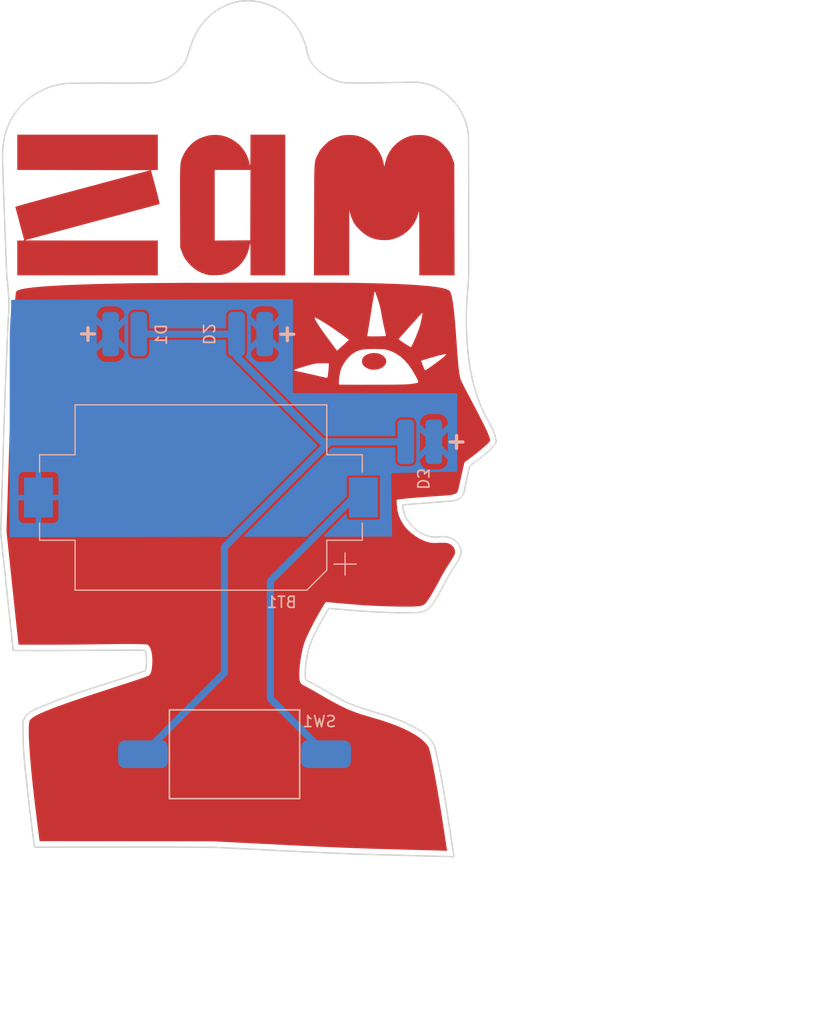
<source format=kicad_pcb>
(kicad_pcb (version 20240108) (generator "pcbnew") (generator_version "8.0")
  (title_block (title "${PROJECT-NAME}") (rev "${REVISION}"))
  (layers (0 "F.Cu" signal) (31 "B.Cu" signal) (34 "B.Paste" user) (35 "F.Paste" user) (36 "B.SilkS" user "B.Silkscreen") (37 "F.SilkS" user "F.Silkscreen") (38 "B.Mask" user) (39 "F.Mask" user) (44 "Edge.Cuts" user))
  (property "PROJECT-NAME" "ZAM VULCA Badge")
  (property "REVISION" "1.0")
  (net 0 "")
  (net 1 "GND")
  (net 2 "Net-(BT1-+)")
  (net 3 "Net-(D1-A)")
  (footprint "VULCA-Badge-Footprints:F.Mask" (layer "F.Cu") (at 116.135329 64.39)
    (property "Reference" "Lg2" (hide yes))
    (property "Value" "LOGO" (hide yes))
  )
  (footprint "MountingHole:MountingHole_4.3mm_M4" (layer "F.Cu") (at 137.11 57.27)
    (property "Reference" "H1" (hide yes))
    (property "Value" "MountingHole" (hide yes))
    (pad "" np_thru_hole circle (at 0 0) (size 4.3 4.3) (drill 4.3) (layers "*.Cu" "*.Mask"))
  )
  (footprint "VULCA-Badge-Footprints:F.Cu" (layer "F.Cu") (at 116.135329 64.39)
    (property "Reference" "Lg1" (hide yes))
    (property "Value" "LOGO" (hide yes))
    (fp_poly (pts (xy 32.377036 19.683761) (xy 32.663702 19.744805) (xy 32.700794 19.758013) (xy 32.893553 19.856609) (xy 33.066784 19.991862) (xy 33.199461 20.144124) (xy 33.269534 20.289526) (xy 33.277226 20.48443) (xy 33.211404 20.67793) (xy 33.082313 20.855332) (xy 32.9002 21.001941) (xy 32.710136 21.091798) (xy 32.487242 21.148464) (xy 32.240331 21.179428) (xy 32.004747 21.182) (xy 31.834149 21.15846) (xy 31.56382 21.058933) (xy 31.328956 20.911711) (xy 31.234117 20.825189) (xy 31.149877 20.713243) (xy 31.106294 20.582324) (xy 31.092527 20.471472) (xy 31.104595 20.262838) (xy 31.182172 20.088157) (xy 31.332128 19.936738) (xy 31.50737 19.825949) (xy 31.768897 19.726039) (xy 32.068776 19.678075)) (fill solid) (layer "F.Cu"))
    (fp_poly (pts (xy 12.678798 1.588366) (xy 12.678798 3.176733) (xy 12.368835 3.189117) (xy 12.058872 3.201502) (xy 12.468862 4.721072) (xy 12.584768 5.155743) (xy 12.679474 5.521804) (xy 12.752412 5.816857) (xy 12.803017 6.038502) (xy 12.83072 6.18434) (xy 12.834954 6.25197) (xy 12.83183 6.256574) (xy 12.786122 6.269187) (xy 12.663046 6.30248) (xy 12.467165 6.35523) (xy 12.203043 6.426215) (xy 11.875241 6.514211) (xy 11.488324 6.617996) (xy 11.046853 6.736347) (xy 10.555393 6.86804) (xy 10.018505 7.011853) (xy 9.440753 7.166563) (xy 8.8267 7.330948) (xy 8.180908 7.503783) (xy 7.507941 7.683846) (xy 6.812362 7.869914) (xy 6.742735 7.888537) (xy 6.045699 8.075057) (xy 5.371172 8.255727) (xy 4.723689 8.429325) (xy 4.107784 8.594627) (xy 3.527992 8.750412) (xy 2.988847 8.895455) (xy 2.494885 9.028535) (xy 2.05064 9.148428) (xy 1.660647 9.253911) (xy 1.329441 9.343763) (xy 1.061556 9.416759) (xy 0.861526 9.471677) (xy 0.733888 9.507295) (xy 0.683174 9.522389) (xy 0.682496 9.522734) (xy 0.721941 9.52487) (xy 0.841444 9.526935) (xy 1.036254 9.528914) (xy 1.301621 9.530792) (xy 1.632793 9.532556) (xy 2.025021 9.534191) (xy 2.473554 9.535683) (xy 2.973642 9.537016) (xy 3.520534 9.538178) (xy 4.109479 9.539153) (xy 4.735728 9.539926) (xy 5.394529 9.540485) (xy 6.081132 9.540813) (xy 6.671563 9.540901) (xy 12.678798 9.540901) (xy 12.678798 11.109849) (xy 12.678798 12.678797) (xy 6.339399 12.678797) (xy 0 12.678797) (xy 0 11.109849) (xy 0 9.540901) (xy 0.320887 9.540901) (xy 0.48371 9.538883) (xy 0.577651 9.530199) (xy 0.618591 9.510904) (xy 0.622412 9.477055) (xy 0.61968 9.466694) (xy 0.591433 9.367657) (xy 0.546848 9.206211) (xy 0.48893 8.993632) (xy 0.420683 8.74119) (xy 0.345108 8.46016) (xy 0.265211 8.161813) (xy 0.183995 7.857424) (xy 0.104463 7.558264) (xy 0.029618 7.275608) (xy -0.037535 7.020727) (xy -0.093994 6.804895) (xy -0.136754 6.639385) (xy -0.162813 6.53547) (xy -0.169616 6.504267) (xy -0.129388 6.488485) (xy -0.011704 6.452134) (xy 0.178936 6.396453) (xy 0.43803 6.322677) (xy 0.761077 6.232045) (xy 1.143577 6.125792) (xy 1.581029 6.005155) (xy 2.068931 5.871373) (xy 2.602783 5.72568) (xy 3.178084 5.569316) (xy 3.790333 5.403515) (xy 4.43503 5.229516) (xy 5.107672 5.048554) (xy 5.80376 4.861868) (xy 5.918854 4.831056) (xy 12.007324 3.201502) (xy 6.003662 3.190755) (xy 0 3.180009) (xy 0 1.590004) (xy 0 0) (xy 6.339399 0) (xy 12.678798 0)) (fill solid) (layer "F.Cu"))
    (fp_poly (pts (xy 24.170283 6.339398) (xy 24.170283 12.678797) (xy 22.601335 12.678797) (xy 21.032387 12.678797) (xy 21.032387 11.229994) (xy 21.031857 10.890056) (xy 21.030349 10.579556) (xy 21.027991 10.30804) (xy 21.024909 10.08505) (xy 21.021228 9.920131) (xy 21.017074 9.822827) (xy 21.01349 9.800087) (xy 20.996707 9.847665) (xy 20.968794 9.957428) (xy 20.934978 10.108345) (xy 20.924795 10.1569) (xy 20.781334 10.648702) (xy 20.564804 11.104722) (xy 20.281633 11.517734) (xy 19.938253 11.88051) (xy 19.541093 12.185825) (xy 19.096582 12.426452) (xy 18.806177 12.537971) (xy 18.642496 12.587216) (xy 18.488272 12.621178) (xy 18.318736 12.643286) (xy 18.109121 12.656969) (xy 17.89449 12.66419) (xy 17.650926 12.66886) (xy 17.468185 12.666694) (xy 17.322394 12.655285) (xy 17.189686 12.632228) (xy 17.046188 12.595116) (xy 16.961602 12.570135) (xy 16.594102 12.441668) (xy 16.280695 12.289152) (xy 15.994257 12.096275) (xy 15.707664 11.846724) (xy 15.626337 11.767111) (xy 15.378408 11.504293) (xy 15.186084 11.260551) (xy 15.032861 11.010321) (xy 14.902236 10.728039) (xy 14.825913 10.52727) (xy 14.692988 10.155759) (xy 14.681044 6.502141) (xy 14.680591 6.36111) (xy 17.809682 6.36111) (xy 17.809682 9.541921) (xy 19.410434 9.53081) (xy 21.011185 9.519699) (xy 21.022056 6.35) (xy 21.032927 3.1803) (xy 19.421305 3.1803) (xy 17.809682 3.1803) (xy 17.809682 6.36111) (xy 14.680591 6.36111) (xy 14.678906 5.835877) (xy 14.677306 5.248613) (xy 14.676522 4.73454) (xy 14.676833 4.287851) (xy 14.67852 3.902739) (xy 14.68186 3.573394) (xy 14.687133 3.294009) (xy 14.694618 3.058777) (xy 14.704594 2.861888) (xy 14.71734 2.697536) (xy 14.733136 2.559913) (xy 14.752261 2.44321) (xy 14.774993 2.34162) (xy 14.801611 2.249334) (xy 14.832396 2.160545) (xy 14.867626 2.069444) (xy 14.897655 1.994816) (xy 15.116766 1.55905) (xy 15.405026 1.154015) (xy 15.748667 0.796582) (xy 16.09232 0.530594) (xy 16.400529 0.358941) (xy 16.760739 0.210743) (xy 17.140984 0.097542) (xy 17.459404 0.03701) (xy 17.94349 0.013786) (xy 18.420163 0.069368) (xy 18.880849 0.197944) (xy 19.316972 0.3937) (xy 19.719958 0.650824) (xy 20.081232 0.963503) (xy 20.39222 1.325925) (xy 20.644348 1.732276) (xy 20.82904 2.176745) (xy 20.880133 2.355928) (xy 20.92264 2.524172) (xy 20.962076 2.677195) (xy 20.988714 2.777462) (xy 20.997606 2.769594) (xy 21.005754 2.683682) (xy 21.01296 2.526486) (xy 21.019022 2.30477) (xy 21.023739 2.025293) (xy 21.02691 1.694818) (xy 21.028058 1.452337) (xy 21.032387 0) (xy 22.601335 0) (xy 24.170283 0)) (fill solid) (layer "F.Cu"))
    (fp_poly (pts (xy 30.330335 0.042994) (xy 30.59827 0.079462) (xy 30.698047 0.10231) (xy 31.190533 0.276623) (xy 31.639783 0.518504) (xy 32.039803 0.821693) (xy 32.384596 1.179931) (xy 32.668166 1.586957) (xy 32.884518 2.036513) (xy 33.027655 2.52234) (xy 33.030782 2.53754) (xy 33.102637 2.891274) (xy 33.180141 2.521956) (xy 33.323904 2.038773) (xy 33.542384 1.586932) (xy 33.828514 1.175524) (xy 34.175231 0.813637) (xy 34.575471 0.510362) (xy 34.873791 0.34265) (xy 35.188457 0.202383) (xy 35.477842 0.108169) (xy 35.773584 0.052774) (xy 36.107319 0.028961) (xy 36.255425 0.026669) (xy 36.586325 0.035432) (xy 36.87079 0.069011) (xy 37.138109 0.134329) (xy 37.417572 0.238309) (xy 37.697162 0.367466) (xy 37.889185 0.466901) (xy 38.045937 0.563454) (xy 38.191951 0.675319) (xy 38.351762 0.820689) (xy 38.483335 0.950477) (xy 38.766983 1.265212) (xy 38.991938 1.587126) (xy 39.17442 1.942758) (xy 39.314882 2.311018) (xy 39.414524 2.607846) (xy 39.426287 7.643322) (xy 39.438051 12.678797) (xy 37.846738 12.678797) (xy 36.255425 12.678797) (xy 36.252054 9.699916) (xy 36.251264 9.124938) (xy 36.250211 8.629728) (xy 36.248782 8.209247) (xy 36.24686 7.858454) (xy 36.244331 7.572311) (xy 36.241079 7.345777) (xy 36.23699 7.173812) (xy 36.231948 7.051378) (xy 36.225838 6.973434) (xy 36.218546 6.934941) (xy 36.209955 6.930858) (xy 36.199952 6.956147) (xy 36.190318 6.996661) (xy 36.045189 7.483265) (xy 35.826854 7.934562) (xy 35.542009 8.343673) (xy 35.197348 8.703719) (xy 34.799568 9.007821) (xy 34.355363 9.249102) (xy 33.871428 9.420683) (xy 33.817195 9.434722) (xy 33.506264 9.487462) (xy 33.151044 9.507295) (xy 32.78525 9.494598) (xy 32.442598 9.449746) (xy 32.299695 9.417811) (xy 31.904916 9.289094) (xy 31.551138 9.115372) (xy 31.217863 8.884482) (xy 30.884595 8.584257) (xy 30.869005 8.568656) (xy 30.678707 8.371352) (xy 30.536428 8.206656) (xy 30.425357 8.052499) (xy 30.328683 7.886814) (xy 30.285259 7.802337) (xy 30.191301 7.595859) (xy 30.102652 7.370066) (xy 30.035313 7.166457) (xy 30.02368 7.123873) (xy 29.941898 6.805843) (xy 29.939563 9.74232) (xy 29.937228 12.678797) (xy 28.345911 12.678797) (xy 26.754594 12.678797) (xy 26.767034 7.664524) (xy 26.768801 6.892466) (xy 26.770264 6.200319) (xy 26.771718 5.583187) (xy 26.773457 5.036173) (xy 26.775778 4.554383) (xy 26.778976 4.132921) (xy 26.783346 3.766891) (xy 26.789183 3.451398) (xy 26.796783 3.181546) (xy 26.806442 2.952439) (xy 26.818454 2.759182) (xy 26.833116 2.596879) (xy 26.850722 2.460634) (xy 26.871568 2.345553) (xy 26.89595 2.246738) (xy 26.924162 2.159296) (xy 26.9565 2.07833) (xy 26.99326 1.998944) (xy 27.034737 1.916243) (xy 27.081226 1.825331) (xy 27.1246 1.738564) (xy 27.224281 1.54601) (xy 27.321444 1.388331) (xy 27.434272 1.240939) (xy 27.580946 1.079249) (xy 27.707405 0.950477) (xy 27.892644 0.770753) (xy 28.047138 0.637072) (xy 28.195501 0.531226) (xy 28.362343 0.435008) (xy 28.495492 0.367466) (xy 28.699786 0.273559) (xy 28.911916 0.186536) (xy 29.098924 0.119522) (xy 29.173956 0.097292) (xy 29.415318 0.053493) (xy 29.708645 0.029911) (xy 30.023722 0.026444)) (fill solid) (layer "F.Cu"))
    (fp_poly (pts (xy 25.184065 13.334722) (xy 25.992634 13.33542) (xy 26.763275 13.336572) (xy 27.490281 13.338189) (xy 28.167943 13.340282) (xy 28.790553 13.342862) (xy 29.352405 13.34594) (xy 29.847789 13.349528) (xy 30.270999 13.353635) (xy 30.616327 13.358273) (xy 30.679298 13.35933) (xy 31.787806 13.38158) (xy 32.812733 13.408052) (xy 33.755207 13.438845) (xy 34.616355 13.474052) (xy 35.397304 13.513771) (xy 36.099182 13.558097) (xy 36.723115 13.607126) (xy 37.270231 13.660954) (xy 37.741657 13.719677) (xy 38.138519 13.783391) (xy 38.461947 13.852191) (xy 38.713065 13.926174) (xy 38.893002 14.005436) (xy 38.978784 14.065527) (xy 39.044964 14.154586) (xy 39.10829 14.301017) (xy 39.169154 14.507608) (xy 39.227946 14.777145) (xy 39.285058 15.112415) (xy 39.34088 15.516205) (xy 39.395804 15.991302) (xy 39.450222 16.540493) (xy 39.504524 17.166565) (xy 39.559102 17.872305) (xy 39.60557 18.53055) (xy 39.649934 19.168109) (xy 39.691098 19.726679) (xy 39.729665 20.211992) (xy 39.76624 20.629781) (xy 39.801428 20.985782) (xy 39.835832 21.285725) (xy 39.870057 21.535344) (xy 39.904707 21.740374) (xy 39.940387 21.906546) (xy 39.974276 22.028881) (xy 40.012487 22.12435) (xy 40.084845 22.281567) (xy 40.185044 22.487743) (xy 40.306776 22.730087) (xy 40.443736 22.99581) (xy 40.559797 23.216193) (xy 40.901117 23.859515) (xy 41.203761 24.433246) (xy 41.470042 24.942041) (xy 41.702273 25.390555) (xy 41.902764 25.783445) (xy 42.073828 26.125363) (xy 42.217778 26.420966) (xy 42.336924 26.674909) (xy 42.433579 26.891847) (xy 42.510056 27.076435) (xy 42.568665 27.233327) (xy 42.596447 27.316838) (xy 42.636719 27.450987) (xy 42.649454 27.534859) (xy 42.632796 27.599003) (xy 42.584888 27.673967) (xy 42.573797 27.689571) (xy 42.488901 27.786857) (xy 42.345358 27.926205) (xy 42.152827 28.099413) (xy 41.920969 28.29828) (xy 41.659445 28.514604) (xy 41.377913 28.740184) (xy 41.086035 28.966819) (xy 40.932588 29.082954) (xy 40.330451 29.53439) (xy 40.219275 30.000834) (xy 40.174621 30.192775) (xy 40.117514 30.445142) (xy 40.052973 30.735372) (xy 39.986015 31.040902) (xy 39.922217 31.33656) (xy 39.855811 31.644218) (xy 39.801158 31.879977) (xy 39.752316 32.054879) (xy 39.703345 32.179967) (xy 39.648304 32.266284) (xy 39.581251 32.324872) (xy 39.496247 32.366775) (xy 39.38735 32.403035) (xy 39.341024 32.416872) (xy 39.267777 32.437636) (xy 39.193939 32.455297) (xy 39.109507 32.470877) (xy 39.004475 32.4854) (xy 38.868841 32.499885) (xy 38.692598 32.515355) (xy 38.465744 32.532832) (xy 38.178274 32.553337) (xy 37.820182 32.577891) (xy 37.654758 32.589088) (xy 37.007382 32.63418) (xy 36.417168 32.678077) (xy 35.888175 32.720411) (xy 35.424466 32.760814) (xy 35.030099 32.79892) (xy 34.709135 32.834359) (xy 34.465635 32.866766) (xy 34.330859 32.889951) (xy 34.208463 32.914788) (xy 34.232435 33.365992) (xy 34.292522 33.880548) (xy 34.419293 34.353694) (xy 34.618742 34.80262) (xy 34.878304 35.218533) (xy 35.16207 35.560523) (xy 35.509467 35.884957) (xy 35.901825 36.179175) (xy 36.320478 36.430515) (xy 36.746756 36.626318) (xy 37.13238 36.747173) (xy 37.277155 36.775714) (xy 37.429571 36.79254) (xy 37.61048 36.798568) (xy 37.840737 36.794713) (xy 38.036394 36.786904) (xy 38.337496 36.77733) (xy 38.571457 36.781889) (xy 38.755241 36.803814) (xy 38.905811 36.846338) (xy 39.04013 36.912694) (xy 39.171399 37.003239) (xy 39.348583 37.177002) (xy 39.448455 37.374353) (xy 39.477971 37.593646) (xy 39.477334 37.662135) (xy 39.472112 37.72366) (xy 39.457511 37.787406) (xy 39.428735 37.862556) (xy 39.380988 37.958297) (xy 39.309474 38.083812) (xy 39.209399 38.248286) (xy 39.075965 38.460904) (xy 38.904377 38.73085) (xy 38.792902 38.905676) (xy 38.646249 39.139671) (xy 38.502807 39.375762) (xy 38.374463 39.593874) (xy 38.273104 39.773933) (xy 38.227967 39.859766) (xy 38.04687 40.212823) (xy 37.855406 40.570851) (xy 37.660264 40.922474) (xy 37.468132 41.256321) (xy 37.285699 41.561016) (xy 37.119656 41.825187) (xy 36.976691 42.037459) (xy 36.863494 42.186459) (xy 36.85114 42.200785) (xy 36.762408 42.291332) (xy 36.665588 42.364313) (xy 36.550857 42.421522) (xy 36.408396 42.464757) (xy 36.228383 42.495814) (xy 36.000998 42.516488) (xy 35.71642 42.528575) (xy 35.364827 42.533872) (xy 35.026776 42.534424) (xy 34.457192 42.529842) (xy 33.853467 42.518815) (xy 33.234702 42.502039) (xy 32.619995 42.48021) (xy 32.028449 42.454026) (xy 31.479162 42.424182) (xy 30.991235 42.391376) (xy 30.891319 42.383614) (xy 30.464849 42.349171) (xy 30.042865 42.314437) (xy 29.634698 42.28023) (xy 29.249682 42.247368) (xy 28.897151 42.216668) (xy 28.586436 42.188949) (xy 28.326872 42.165029) (xy 28.127791 42.145725) (xy 27.998527 42.131856) (xy 27.959325 42.126641) (xy 27.887562 42.120601) (xy 27.831621 42.139616) (xy 27.774125 42.197807) (xy 27.697695 42.309295) (xy 27.658467 42.371123) (xy 27.436019 42.735223) (xy 27.203201 43.135693) (xy 26.967351 43.558444) (xy 26.735809 43.989386) (xy 26.515914 44.414429) (xy 26.315005 44.819484) (xy 26.140421 45.190461) (xy 25.9995 45.513271) (xy 25.929534 45.690317) (xy 25.815337 46.043074) (xy 25.709471 46.458697) (xy 25.615628 46.915369) (xy 25.537502 47.391274) (xy 25.478783 47.864597) (xy 25.443166 48.313521) (xy 25.433845 48.618823) (xy 25.435125 48.853206) (xy 25.443253 49.023719) (xy 25.460715 49.151191) (xy 25.489999 49.256447) (xy 25.518394 49.327003) (xy 25.564566 49.420553) (xy 25.618063 49.492203) (xy 25.696455 49.556476) (xy 25.817312 49.627895) (xy 25.990203 49.716963) (xy 26.1672 49.809146) (xy 26.392379 49.931281) (xy 26.641147 50.069776) (xy 26.888909 50.211041) (xy 26.979404 50.263628) (xy 27.541739 50.590528) (xy 28.042315 50.876626) (xy 28.491069 51.126423) (xy 28.897935 51.34442) (xy 29.272847 51.535119) (xy 29.625743 51.703022) (xy 29.966555 51.852629) (xy 30.305221 51.988443) (xy 30.651674 52.114965) (xy 31.015851 52.236696) (xy 31.407685 52.358138) (xy 31.837114 52.483792) (xy 31.951419 52.516365) (xy 32.7941 52.767642) (xy 33.556795 53.020976) (xy 34.244326 53.278349) (xy 34.861515 53.541745) (xy 35.413184 53.813148) (xy 35.904154 54.094541) (xy 36.108472 54.226226) (xy 36.366068 54.414466) (xy 36.607819 54.620637) (xy 36.819411 54.83044) (xy 36.986534 55.029576) (xy 37.094874 55.203745) (xy 37.101564 55.218416) (xy 37.152558 55.362754) (xy 37.214439 55.586305) (xy 37.286329 55.884297) (xy 37.367351 56.251954) (xy 37.456627 56.684503) (xy 37.553278 57.17717) (xy 37.656427 57.725181) (xy 37.765196 58.323762) (xy 37.878708 58.968138) (xy 37.996083 59.653535) (xy 38.116446 60.375181) (xy 38.238916 61.128299) (xy 38.362618 61.908118) (xy 38.486672 62.709861) (xy 38.523037 62.948747) (xy 38.572551 63.275171) (xy 38.618995 63.581252) (xy 38.660553 63.855031) (xy 38.69541 64.08455) (xy 38.72175 64.257852) (xy 38.737757 64.362977) (xy 38.740342 64.379883) (xy 38.764716 64.538898) (xy 38.538368 64.533076) (xy 38.465202 64.53112) (xy 38.313228 64.526995) (xy 38.088412 64.520865) (xy 37.796721 64.512893) (xy 37.444122 64.503243) (xy 37.036582 64.492078) (xy 36.580068 64.479563) (xy 36.080548 64.465859) (xy 35.543988 64.451131) (xy 34.976355 64.435543) (xy 34.383617 64.419258) (xy 33.923205 64.406603) (xy 33.215527 64.386804) (xy 32.547912 64.367338) (xy 31.911362 64.34784) (xy 31.296884 64.327943) (xy 30.695479 64.307281) (xy 30.098154 64.285489) (xy 29.495911 64.262201) (xy 28.879756 64.23705) (xy 28.240693 64.20967) (xy 27.569725 64.179697) (xy 26.857857 64.146763) (xy 26.096093 64.110504) (xy 25.275437 64.070552) (xy 24.386894 64.026542) (xy 23.555425 63.984859) (xy 17.57646 63.683766) (xy 9.796376 63.676691) (xy 2.016292 63.669616) (xy 1.858596 62.461101) (xy 1.729572 61.452345) (xy 1.610709 60.482382) (xy 1.502256 59.554397) (xy 1.404462 58.671575) (xy 1.317575 57.8371) (xy 1.241843 57.054158) (xy 1.177515 56.325931) (xy 1.12484 55.655606) (xy 1.084066 55.046366) (xy 1.055441 54.501397) (xy 1.039215 54.023883) (xy 1.035636 53.617008) (xy 1.044952 53.283957) (xy 1.067411 53.027915) (xy 1.103264 52.852066) (xy 1.107641 52.838883) (xy 1.156569 52.748661) (xy 1.244233 52.6521) (xy 1.373368 52.548111) (xy 1.546711 52.435608) (xy 1.766999 52.313503) (xy 2.036967 52.18071) (xy 2.359352 52.03614) (xy 2.736891 51.878706) (xy 3.172319 51.707322) (xy 3.668374 51.5209) (xy 4.227791 51.318352) (xy 4.853306 51.098592) (xy 5.547657 50.860532) (xy 6.31358 50.603085) (xy 7.15381 50.325163) (xy 8.071084 50.02568) (xy 8.69982 49.822199) (xy 9.146703 49.677545) (xy 9.581171 49.536027) (xy 9.994409 49.400573) (xy 10.377605 49.274112) (xy 10.721945 49.159573) (xy 11.018616 49.059883) (xy 11.258805 48.977971) (xy 11.433698 48.916766) (xy 11.517205 48.886024) (xy 11.708925 48.810191) (xy 11.837241 48.752228) (xy 11.918588 48.701408) (xy 11.969402 48.647001) (xy 12.00612 48.578279) (xy 12.012995 48.562397) (xy 12.060862 48.444408) (xy 12.094786 48.340627) (xy 12.119574 48.227863) (xy 12.140031 48.082921) (xy 12.160962 47.88261) (xy 12.167039 47.818986) (xy 12.186584 47.450328) (xy 12.176492 47.09578) (xy 12.139048 46.768662) (xy 12.076536 46.482297) (xy 11.991243 46.250007) (xy 11.885453 46.085114) (xy 11.866229 46.065349) (xy 11.741597 45.945944) (xy 10.948678 45.914355) (xy 10.750312 45.909008) (xy 10.478696 45.905525) (xy 10.145365 45.903871) (xy 9.761855 45.904008) (xy 9.339702 45.905902) (xy 8.890444 45.909517) (xy 8.425614 45.914817) (xy 7.95675 45.921765) (xy 7.823539 45.924051) (xy 7.320479 45.932061) (xy 6.751035 45.93957) (xy 6.133633 45.946425) (xy 5.486695 45.952474) (xy 4.828645 45.957564) (xy 4.177909 45.961542) (xy 3.55291 45.964255) (xy 2.972071 45.96555) (xy 2.810073 45.96564) (xy 0.128827 45.965943) (xy 0.107962 45.870534) (xy 0.100911 45.816807) (xy 0.085579 45.684039) (xy 0.062537 45.477535) (xy 0.032354 45.202598) (xy -0.004399 44.864534) (xy -0.04715 44.468646) (xy -0.095331 44.020239) (xy -0.148371 43.524616) (xy -0.205699 42.987082) (xy -0.266745 42.412942) (xy -0.330938 41.807499) (xy -0.397709 41.176058) (xy -0.442637 40.75025) (xy -0.97237 35.725375) (xy -0.931437 34.495659) (xy -0.923418 34.25202) (xy -0.913074 33.933362) (xy -0.900715 33.549432) (xy -0.88665 33.109976) (xy -0.87119 32.624744) (xy -0.854645 32.103481) (xy -0.837324 31.555935) (xy -0.819538 30.991854) (xy -0.801597 30.420985) (xy -0.78381 29.853076) (xy -0.783789 29.85242) (xy -0.739461 28.45171) (xy -0.695753 27.104971) (xy -0.652742 25.814021) (xy -0.610502 24.580674) (xy -0.56911 23.406745) (xy -0.530059 22.333081) (xy 29.00434 22.333081) (xy 29.00434 22.512295) (xy 29.248163 22.527662) (xy 29.332143 22.530185) (xy 29.493143 22.532337) (xy 29.723376 22.534099) (xy 30.015057 22.535453) (xy 30.360396 22.536381) (xy 30.751609 22.536863) (xy 31.180907 22.536881) (xy 31.640505 22.536418) (xy 32.122615 22.535454) (xy 32.311853 22.534947) (xy 32.890237 22.53303) (xy 33.390719 22.530722) (xy 33.820205 22.527855) (xy 34.1856 22.524265) (xy 34.493811 22.519784) (xy 34.751743 22.514246) (xy 34.966302 22.507486) (xy 35.144393 22.499337) (xy 35.292923 22.489634) (xy 35.418798 22.478209) (xy 35.528922 22.464897) (xy 35.589249 22.456099) (xy 35.838894 22.418524) (xy 36.013138 22.387473) (xy 36.119351 22.35099) (xy 36.164904 22.297118) (xy 36.157165 22.2139) (xy 36.103505 22.089381) (xy 36.011293 21.911602) (xy 35.971755 21.835517) (xy 35.644619 21.256718) (xy 35.300058 20.758441) (xy 34.969179 20.377234) (xy 36.430215 20.377234) (xy 36.437644 20.420895) (xy 36.471047 20.524394) (xy 36.524175 20.669119) (xy 36.55356 20.74452) (xy 36.637719 20.954403) (xy 36.697851 21.097108) (xy 36.739895 21.184792) (xy 36.769791 21.229614) (xy 36.79348 21.243731) (xy 36.797568 21.24395) (xy 36.840064 21.220245) (xy 36.939946 21.154604) (xy 37.085875 21.054782) (xy 37.266511 20.928533) (xy 37.468311 20.785192) (xy 37.821929 20.528931) (xy 38.117944 20.307639) (xy 38.353647 20.123501) (xy 38.526331 19.978702) (xy 38.633287 19.875426) (xy 38.671807 19.815858) (xy 38.671887 19.814332) (xy 38.662774 19.790524) (xy 38.627424 19.780446) (xy 38.554807 19.785689) (xy 38.433893 19.807845) (xy 38.253652 19.848503) (xy 38.003055 19.909257) (xy 37.987727 19.913036) (xy 37.826673 19.954797) (xy 37.627366 20.00953) (xy 37.404909 20.072734) (xy 37.174403 20.139908) (xy 36.950953 20.20655) (xy 36.749661 20.268159) (xy 36.58563 20.320235) (xy 36.473962 20.358276) (xy 36.430215 20.377234) (xy 34.969179 20.377234) (xy 34.934759 20.337579) (xy 34.545406 19.99103) (xy 34.128683 19.715687) (xy 33.681275 19.508446) (xy 33.384111 19.411991) (xy 33.258878 19.38008) (xy 33.136704 19.35647) (xy 33.001745 19.339951) (xy 32.838154 19.329315) (xy 32.630085 19.323355) (xy 32.361692 19.320861) (xy 32.184641 19.32053) (xy 31.809661 19.323495) (xy 31.504132 19.334292) (xy 31.252863 19.355371) (xy 31.040669 19.389184) (xy 30.85236 19.438181) (xy 30.672749 19.504813) (xy 30.486649 19.591531) (xy 30.477879 19.595945) (xy 30.200156 19.773438) (xy 29.925309 20.017286) (xy 29.66779 20.309829) (xy 29.442049 20.633406) (xy 29.262536 20.970359) (xy 29.179197 21.183021) (xy 29.123409 21.390784) (xy 29.073081 21.649826) (xy 29.033313 21.926618) (xy 29.009202 22.187629) (xy 29.00434 22.333081) (xy -0.530059 22.333081) (xy -0.528639 22.294049) (xy -0.489166 21.244402) (xy -0.488834 21.235891) (xy 24.97596 21.235891) (xy 25.014634 21.257837) (xy 25.118516 21.28988) (xy 25.269399 21.326824) (xy 25.368197 21.347829) (xy 25.521419 21.379991) (xy 25.740232 21.427613) (xy 26.007632 21.486908) (xy 26.306616 21.554087) (xy 26.620181 21.625364) (xy 26.820534 21.671353) (xy 27.11005 21.737779) (xy 27.373364 21.797618) (xy 27.598857 21.848276) (xy 27.77491 21.887159) (xy 27.889906 21.911672) (xy 27.931041 21.919279) (xy 27.967271 21.883711) (xy 27.997749 21.788868) (xy 28.005582 21.742654) (xy 28.028061 21.559329) (xy 28.049882 21.354452) (xy 28.069596 21.145578) (xy 28.085754 20.950261) (xy 28.096907 20.786057) (xy 28.101606 20.670519) (xy 28.098402 20.621202) (xy 28.098176 20.620936) (xy 28.050833 20.613862) (xy 27.934961 20.608268) (xy 27.76683 20.604638) (xy 27.562714 20.603455) (xy 27.513159 20.603576) (xy 27.309314 20.60591) (xy 27.133678 20.613061) (xy 26.970884 20.627911) (xy 26.805561 20.653343) (xy 26.622343 20.692239) (xy 26.40586 20.747481) (xy 26.140744 20.821952) (xy 25.811625 20.918533) (xy 25.77357 20.929825) (xy 25.465402 21.024116) (xy 25.235786 21.100917) (xy 25.080634 21.161796) (xy 24.995859 21.208322) (xy 24.97596 21.235891) (xy -0.488834 21.235891) (xy -0.450765 20.259618) (xy -0.413512 19.341514) (xy -0.377481 18.491904) (xy -0.342749 17.712604) (xy -0.30939 17.005429) (xy -0.285564 16.532609) (xy 26.826146 16.532609) (xy 26.868748 16.65224) (xy 26.964664 16.834218) (xy 27.113133 17.07737) (xy 27.313392 17.380525) (xy 27.564681 17.742508) (xy 27.866237 18.162147) (xy 28.217299 18.63827) (xy 28.401688 18.884558) (xy 28.843275 19.471787) (xy 28.976813 19.348193) (xy 29.061298 19.270816) (xy 29.190818 19.153165) (xy 29.347299 19.011618) (xy 29.502587 18.87163) (xy 29.652054 18.734929) (xy 29.775287 18.618035) (xy 29.860176 18.532739) (xy 29.894612 18.490835) (xy 29.894824 18.489687) (xy 29.86165 18.456495) (xy 29.81861 18.422179) (xy 34.387003 18.422179) (xy 34.483735 18.498836) (xy 34.609339 18.593149) (xy 34.76599 18.703159) (xy 34.938523 18.819152) (xy 35.111772 18.931416) (xy 35.27057 19.030239) (xy 35.399752 19.105907) (xy 35.484152 19.148708) (xy 35.507452 19.154444) (xy 35.53812 19.112229) (xy 35.595576 19.003913) (xy 35.673964 18.841668) (xy 35.767428 18.637666) (xy 35.87011 18.40408) (xy 35.8837 18.372478) (xy 35.995746 18.103268) (xy 36.103677 17.829441) (xy 36.199555 17.572204) (xy 36.275445 17.352763) (xy 36.318847 17.209788) (xy 36.367602 17.016482) (xy 36.415944 16.804407) (xy 36.460711 16.590228) (xy 36.498741 16.390613) (xy 36.52687 16.222227) (xy 36.541937 16.101737) (xy 36.540779 16.045808) (xy 36.539931 16.044661) (xy 36.509002 16.07142) (xy 36.428054 16.154853) (xy 36.303326 16.288171) (xy 36.141056 16.464584) (xy 35.947485 16.677304) (xy 35.728849 16.919542) (xy 35.491389 17.184508) (xy 35.455149 17.225102) (xy 34.387003 18.422179) (xy 29.81861 18.422179) (xy 29.769087 18.382694) (xy 29.627571 18.275807) (xy 29.447542 18.143356) (xy 29.437828 18.136331) (xy 31.558918 18.136331) (xy 31.573046 18.154349) (xy 31.635194 18.167353) (xy 31.753276 18.175746) (xy 31.935207 18.17993) (xy 32.188902 18.180307) (xy 32.392806 18.178735) (xy 32.704924 18.174075) (xy 32.9391 18.16693) (xy 33.102178 18.156827) (xy 33.201001 18.143292) (xy 33.242411 18.12585) (xy 33.244662 18.119746) (xy 33.235522 18.062804) (xy 33.210257 17.938774) (xy 33.172184 17.763118) (xy 33.124621 17.551295) (xy 33.095316 17.423678) (xy 33.033562 17.145548) (xy 32.970844 16.84369) (xy 32.913856 16.551504) (xy 32.869291 16.302388) (xy 32.86324 16.265535) (xy 32.821716 16.026303) (xy 32.77403 15.779902) (xy 32.726801 15.559297) (xy 32.69515 15.428655) (xy 32.647162 15.259359) (xy 32.585657 15.061105) (xy 32.516047 14.849222) (xy 32.443746 14.639035) (xy 32.374166 14.445873) (xy 32.31272 14.285064) (xy 32.264821 14.171936) (xy 32.235883 14.121816) (xy 32.233234 14.120664) (xy 32.221293 14.161231) (xy 32.197721 14.277442) (xy 32.163922 14.46114) (xy 32.121305 14.704168) (xy 32.071276 14.998371) (xy 32.015242 15.335591) (xy 31.954609 15.707673) (xy 31.891325 16.103051) (xy 31.827547 16.503746) (xy 31.767359 16.879451) (xy 31.712138 17.221734) (xy 31.663264 17.522159) (xy 31.622116 17.772293) (xy 31.590072 17.963703) (xy 31.568512 18.087953) (xy 31.558918 18.136331) (xy 29.437828 18.136331) (xy 29.239436 17.992864) (xy 29.013692 17.831852) (xy 28.780746 17.667843) (xy 28.551038 17.508359) (xy 28.335004 17.360922) (xy 28.241068 17.297866) (xy 28.007868 17.145243) (xy 27.768615 16.993789) (xy 27.534563 16.85009) (xy 27.316963 16.720731) (xy 27.127069 16.612297) (xy 26.97613 16.531375) (xy 26.875401 16.484549) (xy 26.837621 16.476499) (xy 26.826146 16.532609) (xy -0.285564 16.532609) (xy -0.27748 16.372193) (xy -0.247093 15.814713) (xy -0.218306 15.334803) (xy -0.191192 14.934278) (xy -0.165828 14.614955) (xy -0.142844 14.383437) (xy -0.117138 14.244197) (xy -0.079899 14.134987) (xy -0.056484 14.098267) (xy 0.053562 14.028798) (xy 0.241676 13.962714) (xy 0.508341 13.89998) (xy 0.85404 13.840562) (xy 1.279255 13.784425) (xy 1.784469 13.731537) (xy 2.370163 13.681862) (xy 3.036821 13.635367) (xy 3.784925 13.592017) (xy 4.614958 13.551779) (xy 5.527401 13.514618) (xy 6.522737 13.4805) (xy 7.60145 13.449392) (xy 8.76402 13.421259) (xy 9.837729 13.399296) (xy 10.206231 13.393208) (xy 10.65096 13.387355) (xy 11.166209 13.381748) (xy 11.746268 13.376399) (xy 12.385432 13.371318) (xy 13.077992 13.366516) (xy 13.818239 13.362004) (xy 14.600468 13.357793) (xy 15.418969 13.353894) (xy 16.268035 13.350318) (xy 17.141958 13.347076) (xy 18.035031 13.344178) (xy 18.941546 13.341636) (xy 19.855794 13.339461) (xy 20.772069 13.337663) (xy 21.684662 13.336254) (xy 22.587866 13.335244) (xy 23.475973 13.334645) (xy 24.343275 13.334467)) (fill solid) (layer "F.Cu"))
  )
  (footprint "VULCA-Badge-Footprints:B.Mask" (layer "F.Cu") (at 116.135329 64.39)
    (property "Reference" "Lg3" (hide yes))
    (property "Value" "LOGO" (hide yes))
  )
  (footprint "VULCA-Badge-Footprints:LED D5.0mm SMD" (layer "B.Cu") (at 138.45 82.36 90)
    (property "Reference" "D2" (at -0.01 -5.06 -90) (layer "B.SilkS") (effects (justify mirror)))
    (property "Value" "LED")
    (fp_text user "+" (at -1.143 1.270001 -90) (layer "B.SilkS") (effects (font (size 1.5 1.5) (thickness 0.3) (bold yes)) (justify left bottom mirror)))
    (pad "1" smd roundrect (at 0 0 90) (size 4 1.5) (layers "B.Cu" "B.Paste" "B.Mask") (net 1 "GND"))
    (pad "2" smd roundrect (at 0 -2.54 90) (size 4 1.5) (layers "B.Cu" "B.Paste" "B.Mask") (net 3 "Net-(D1-A)"))
  )
  (footprint "VULCA-Badge-Footprints:SW_PUSH_SPST_ 1208Yd" (layer "B.Cu") (at 135.73 120.23 180)
    (property "Reference" "SW1" (at -7.65 2.95 0) (layer "B.SilkS") (effects (justify mirror)))
    (property "Value" "SW_SPST" (hide yes))
    (fp_rect (start -5.873 4) (end 5.873 -4) (stroke (width 0.15)) (fill none) (layer "B.SilkS"))
    (pad "1" smd roundrect (at -8.25 0 180) (size 4.5 2.5) (layers "B.Cu" "B.Paste" "B.Mask") (net 2 "Net-(BT1-+)"))
    (pad "2" smd roundrect (at 8.25 0 180) (size 4.5 2.5) (layers "B.Cu" "B.Paste" "B.Mask") (net 3 "Net-(D1-A)"))
  )
  (footprint "VULCA-Badge-Footprints:LED D5.0mm SMD" (layer "B.Cu") (at 124.552235 82.364131 -90)
    (property "Reference" "D1" (at 0.05 -4.57 90) (layer "B.SilkS") (effects (justify mirror)))
    (property "Value" "LED")
    (fp_text user "+" (at -1.143 1.270001 90) (layer "B.SilkS") (effects (font (size 1.5 1.5) (thickness 0.3) (bold yes)) (justify left bottom mirror)))
    (pad "1" smd roundrect (at 0 0 270) (size 4 1.5) (layers "B.Cu" "B.Paste" "B.Mask") (net 1 "GND"))
    (pad "2" smd roundrect (at 0 -2.54 270) (size 4 1.5) (layers "B.Cu" "B.Paste" "B.Mask") (net 3 "Net-(D1-A)"))
  )
  (footprint "Battery:BatteryHolder_Keystone_1060_1x2032" (layer "B.Cu") (at 132.7 97.09 180)
    (property "Reference" "BT1" (at -7.27894 -9.44 0) (layer "B.SilkS") (effects (justify mirror)))
    (property "Value" "CR2032")
    (fp_line (start 14.55 3.85) (end 11.35 3.85) (stroke (width 0.12)) (layer "B.SilkS"))
    (fp_line (start 14.55 2.3) (end 14.55 3.85) (stroke (width 0.12)) (layer "B.SilkS"))
    (fp_line (start 14.55 -2.3) (end 14.55 -3.85) (stroke (width 0.12)) (layer "B.SilkS"))
    (fp_line (start 14.55 -3.85) (end 11.35 -3.85) (stroke (width 0.12)) (layer "B.SilkS"))
    (fp_line (start 11.35 8.35) (end -11.35 8.35) (stroke (width 0.12)) (layer "B.SilkS"))
    (fp_line (start 11.35 3.85) (end 11.35 8.35) (stroke (width 0.12)) (layer "B.SilkS"))
    (fp_line (start 11.35 -3.85) (end 11.35 -8.35) (stroke (width 0.12)) (layer "B.SilkS"))
    (fp_line (start -9.55 -8.35) (end 11.35 -8.35) (stroke (width 0.12)) (layer "B.SilkS"))
    (fp_line (start -11.35 3.85) (end -11.35 8.35) (stroke (width 0.12)) (layer "B.SilkS"))
    (fp_line (start -11.35 -3.85) (end -11.35 -6.55) (stroke (width 0.12)) (layer "B.SilkS"))
    (fp_line (start -11.35 -6.55) (end -9.55 -8.35) (stroke (width 0.12)) (layer "B.SilkS"))
    (fp_line (start -13 -7) (end -13 -5) (stroke (width 0.12)) (layer "B.SilkS"))
    (fp_line (start -14 -6) (end -12 -6) (stroke (width 0.12)) (layer "B.SilkS"))
    (fp_line (start -14.55 3.85) (end -11.35 3.85) (stroke (width 0.12)) (layer "B.SilkS"))
    (fp_line (start -14.55 2.3) (end -14.55 3.85) (stroke (width 0.12)) (layer "B.SilkS"))
    (fp_line (start -14.55 -2.3) (end -14.55 -3.85) (stroke (width 0.12)) (layer "B.SilkS"))
    (fp_line (start -14.55 -3.85) (end -11.35 -3.85) (stroke (width 0.12)) (layer "B.SilkS"))
    (pad "1" smd rect (at -14.65 0) (size 2.6 3.6) (layers "B.Cu" "B.Paste" "B.Mask") (net 2 "Net-(BT1-+)"))
    (pad "2" smd rect (at 14.65 0) (size 2.6 3.6) (layers "B.Cu" "B.Paste" "B.Mask") (net 1 "GND"))
  )
  (footprint "VULCA-Badge-Footprints:LED D5.0mm SMD" (layer "B.Cu") (at 153.71 92.07 90)
    (property "Reference" "D3" (at -3.34 -1 -90) (layer "B.SilkS") (effects (justify mirror)))
    (property "Value" "LED")
    (fp_text user "+" (at -1.143 1.270001 -90) (layer "B.SilkS") (effects (font (size 1.5 1.5) (thickness 0.3) (bold yes)) (justify left bottom mirror)))
    (pad "1" smd roundrect (at 0 0 90) (size 4 1.5) (layers "B.Cu" "B.Paste" "B.Mask") (net 1 "GND"))
    (pad "2" smd roundrect (at 0 -2.54 90) (size 4 1.5) (layers "B.Cu" "B.Paste" "B.Mask") (net 3 "Net-(D1-A)"))
  )
  (gr_poly (pts (xy 136.82 52.320001) (xy 137.01716 52.321202) (xy 137.21412 52.329832) (xy 137.410632 52.345797) (xy 137.606449 52.369001) (xy 137.801322 52.399351) (xy 137.995006 52.436751) (xy 138.187252 52.481107) (xy 138.377812 52.532325) (xy 138.566439 52.59031) (xy 138.752886 52.654967) (xy 138.936905 52.726203) (xy 139.118249 52.803921) (xy 139.296669 52.888029) (xy 139.47192 52.97843) (xy 139.643752 53.075032) (xy 139.811919 53.177739) (xy 140.039147 53.329165) (xy 140.256586 53.492609) (xy 140.464136 53.667404) (xy 140.661701 53.852884) (xy 140.849185 54.048381) (xy 141.02649 54.25323) (xy 141.193518 54.466763) (xy 141.350174 54.688315) (xy 141.49636 54.917219) (xy 141.631979 55.152809) (xy 141.756934 55.394417) (xy 141.871127 55.641378) (xy 141.974463 55.893024) (xy 142.066843 56.14869) (xy 142.148171 56.407709) (xy 142.21835 56.669414) (xy 142.254528 56.839409) (xy 142.293917 57.009253) (xy 142.338423 57.17781) (xy 142.363191 57.261251) (xy 142.389952 57.343944) (xy 142.418945 57.425747) (xy 142.450409 57.506518) (xy 142.48458 57.586115) (xy 142.521698 57.664395) (xy 142.562 57.741218) (xy 142.605725 57.816441) (xy 142.653111 57.889921) (xy 142.704396 57.961517) (xy 142.838814 58.1362) (xy 142.982487 58.302823) (xy 143.134864 58.461253) (xy 143.295399 58.611354) (xy 143.463542 58.752994) (xy 143.638747 58.886038) (xy 143.820464 59.010352) (xy 144.008146 59.125801) (xy 144.201244 59.232251) (xy 144.39921 59.329568) (xy 144.601496 59.417619) (xy 144.807554 59.496268) (xy 145.016836 59.565381) (xy 145.228794 59.624826) (xy 145.442879 59.674466) (xy 145.658543 59.714168) (xy 146.266725 59.730959) (xy 146.875098 59.738481) (xy 148.092193 59.732365) (xy 150.526219 59.681995) (xy 150.806006 59.679401) (xy 151.086385 59.671074) (xy 151.647569 59.65433) (xy 151.927698 59.654465) (xy 152.0675 59.658531) (xy 152.207069 59.665975) (xy 152.346364 59.677331) (xy 152.485344 59.693135) (xy 152.623964 59.71392) (xy 152.762184 59.740222) (xy 152.969779 59.78828) (xy 153.17412 59.84573) (xy 153.375014 59.912297) (xy 153.572266 59.987703) (xy 153.765684 60.071673) (xy 153.955073 60.163929) (xy 154.14024 60.264195) (xy 154.320992 60.372196) (xy 154.668476 60.610293) (xy 154.995974 60.876009) (xy 155.301939 61.167132) (xy 155.584821 61.481451) (xy 155.843072 61.816754) (xy 156.075143 62.170831) (xy 156.279486 62.54147) (xy 156.454551 62.926459) (xy 156.59879 63.323587) (xy 156.710654 63.730642) (xy 156.753962 63.937202) (xy 156.788594 64.145414) (xy 156.814359 64.355003) (xy 156.831063 64.565691) (xy 156.84876 70.81193) (xy 156.847157 77.058439) (xy 156.827234 77.453726) (xy 156.800959 77.848736) (xy 156.738767 78.638386) (xy 156.67942 79.428305) (xy 156.656698 79.823652) (xy 156.641751 80.219411) (xy 156.634629 81.109297) (xy 156.648831 82.000488) (xy 156.688198 82.891281) (xy 156.75657 83.779973) (xy 156.857789 84.664861) (xy 156.921916 85.105347) (xy 156.995696 85.544243) (xy 157.079607 85.981336) (xy 157.174132 86.416415) (xy 157.279749 86.849265) (xy 157.396939 87.279674) (xy 157.425239 87.378252) (xy 157.456805 87.483124) (xy 157.516419 87.674426) (xy 157.583899 87.881303) (xy 157.656003 88.09066) (xy 157.732551 88.301663) (xy 157.813363 88.51348) (xy 157.898258 88.725279) (xy 157.987057 88.936228) (xy 158.079579 89.145494) (xy 158.175644 89.352245) (xy 158.24448 89.501579) (xy 158.317456 89.649278) (xy 158.472274 89.941181) (xy 158.792437 90.520887) (xy 158.869479 90.667017) (xy 158.94354 90.814333) (xy 159.013732 90.96319) (xy 159.079163 91.113939) (xy 159.138944 91.266933) (xy 159.192185 91.422526) (xy 159.237994 91.581069) (xy 159.275482 91.742916) (xy 159.275589 91.756474) (xy 159.27633 91.770203) (xy 159.279455 91.798111) (xy 159.284345 91.826504) (xy 159.290489 91.855246) (xy 159.304489 91.913239) (xy 159.311321 91.942221) (xy 159.317359 91.971012) (xy 159.322091 91.999477) (xy 159.325005 92.027482) (xy 159.325619 92.041269) (xy 159.325588 92.054891) (xy 159.324846 92.068331) (xy 159.323329 92.08157) (xy 159.320974 92.094593) (xy 159.317716 92.107383) (xy 159.313491 92.119923) (xy 159.308236 92.132196) (xy 159.301887 92.144185) (xy 159.294379 92.155873) (xy 159.285648 92.167243) (xy 159.275631 92.178279) (xy 159.159212 92.338226) (xy 159.035976 92.4914) (xy 158.906532 92.638381) (xy 158.771491 92.779753) (xy 158.631464 92.916095) (xy 158.48706 93.04799) (xy 158.33889 93.176019) (xy 158.187565 93.300764) (xy 157.877889 93.542725) (xy 157.562915 93.778527) (xy 157.247526 94.012821) (xy 156.936604 94.250259) (xy 156.711841 95.237998) (xy 156.603107 95.731219) (xy 156.499272 96.228801) (xy 156.498134 96.270478) (xy 156.495496 96.312055) (xy 156.491377 96.353487) (xy 156.485797 96.394726) (xy 156.478774 96.435727) (xy 156.470328 96.476443) (xy 156.460479 96.516828) (xy 156.449246 96.556835) (xy 156.436647 96.596418) (xy 156.422703 96.635531) (xy 156.407433 96.674127) (xy 156.390857 96.71216) (xy 156.372993 96.749583) (xy 156.35386 96.786351) (xy 156.333479 96.822416) (xy 156.311869 96.857733) (xy 156.289049 96.892255) (xy 156.265038 96.925935) (xy 156.239856 96.958728) (xy 156.213521 96.990587) (xy 156.186055 97.021465) (xy 156.157475 97.051316) (xy 156.127801 97.080094) (xy 156.097053 97.107752) (xy 156.06525 97.134245) (xy 156.032411 97.159525) (xy 155.998555 97.183546) (xy 155.963703 97.206263) (xy 155.927872 97.227627) (xy 155.891084 97.247594) (xy 155.853356 97.266117) (xy 155.814709 97.283149) (xy 155.742757 97.309849) (xy 155.669912 97.33274) (xy 155.596265 97.352199) (xy 155.52191 97.368604) (xy 155.44694 97.382333) (xy 155.371448 97.393763) (xy 155.219266 97.41124) (xy 154.912714 97.43524) (xy 154.759828 97.447807) (xy 154.608193 97.464782) (xy 153.673163 97.539088) (xy 152.74453 97.605135) (xy 151.817392 97.67639) (xy 151.352851 97.718178) (xy 150.886845 97.766319) (xy 150.907752 97.937864) (xy 150.920492 98.023588) (xy 150.934954 98.109116) (xy 150.951283 98.194325) (xy 150.969626 98.279093) (xy 150.990132 98.363297) (xy 151.012946 98.446813) (xy 151.038217 98.52952) (xy 151.06609 98.611295) (xy 151.096714 98.692013) (xy 151.130234 98.771554) (xy 151.166798 98.849794) (xy 151.206554 98.92661) (xy 151.249648 99.00188) (xy 151.296227 99.075481) (xy 151.408539 99.24392) (xy 151.530701 99.407102) (xy 151.662209 99.56417) (xy 151.802557 99.714267) (xy 151.951238 99.856539) (xy 152.107747 99.990129) (xy 152.271577 100.114181) (xy 152.442224 100.227839) (xy 152.619182 100.330248) (xy 152.801943 100.42055) (xy 152.990004 100.49789) (xy 153.182857 100.561412) (xy 153.379997 100.610261) (xy 153.580918 100.643579) (xy 153.682639 100.654147) (xy 153.785115 100.660511) (xy 153.888283 100.662565) (xy 153.992081 100.660201) (xy 154.070112 100.646636) (xy 154.148635 100.635134) (xy 154.227544 100.62581) (xy 154.306735 100.618779) (xy 154.386104 100.614154) (xy 154.465547 100.61205) (xy 154.54496 100.61258) (xy 154.624238 100.61586) (xy 154.703277 100.622003) (xy 154.781973 100.631124) (xy 154.860222 100.643336) (xy 154.937918 100.658754) (xy 155.014958 100.677492) (xy 155.091239 100.699664) (xy 155.166654 100.725385) (xy 155.241101 100.754768) (xy 155.343654 100.796568) (xy 155.442666 100.846415) (xy 155.5376 100.903834) (xy 155.627918 100.968353) (xy 155.713083 101.039498) (xy 155.792558 101.116796) (xy 155.865806 101.199773) (xy 155.932289 101.287955) (xy 155.991471 101.38087) (xy 156.042814 101.478044) (xy 156.085781 101.579004) (xy 156.103955 101.630756) (xy 156.119834 101.683276) (xy 156.13335 101.736506) (xy 156.144437 101.790387) (xy 156.153027 101.844859) (xy 156.159052 101.899863) (xy 156.162446 101.955341) (xy 156.163142 102.011232) (xy 156.161073 102.067478) (xy 156.15617 102.124019) (xy 156.136198 102.202619) (xy 156.11308 102.280249) (xy 156.087033 102.356944) (xy 156.058272 102.432738) (xy 156.027015 102.507667) (xy 155.993477 102.581764) (xy 155.957875 102.655063) (xy 155.920425 102.7276) (xy 155.881344 102.799409) (xy 155.840847 102.870523) (xy 155.756473 103.010809) (xy 155.669035 103.148734) (xy 155.580262 103.284572) (xy 155.443157 103.479043) (xy 155.3124 103.677294) (xy 155.187138 103.878819) (xy 155.066519 104.083111) (xy 154.8358 104.497976) (xy 154.613424 104.917839) (xy 154.392571 105.338652) (xy 154.166422 105.756367) (xy 153.928158 106.166934) (xy 153.802352 106.368273) (xy 153.67096 106.566307) (xy 153.619256 106.658063) (xy 153.561731 106.745764) (xy 153.498715 106.829239) (xy 153.430543 106.908319) (xy 153.357545 106.982833) (xy 153.280055 107.052612) (xy 153.198405 107.117485) (xy 153.112928 107.177282) (xy 153.023955 107.231834) (xy 152.93182 107.280971) (xy 152.836854 107.324522) (xy 152.73939 107.362318) (xy 152.639761 107.394189) (xy 152.538298 107.419964) (xy 152.435335 107.439474) (xy 152.331204 107.452548) (xy 151.316665 107.476054) (xy 150.302446 107.471605) (xy 149.288644 107.443138) (xy 148.275359 107.394593) (xy 147.26269 107.329908) (xy 146.250736 107.253023) (xy 144.22937 107.078407) (xy 143.792112 107.824435) (xy 143.576019 108.201013) (xy 143.364834 108.581096) (xy 143.160966 108.96553) (xy 142.966826 109.355161) (xy 142.784827 109.750836) (xy 142.699133 109.951204) (xy 142.617379 110.1534) (xy 142.485958 110.557616) (xy 142.426746 110.762084) (xy 142.372083 110.967952) (xy 142.322131 111.175093) (xy 142.277055 111.383377) (xy 142.237017 111.592675) (xy 142.20218 111.802859) (xy 142.172707 112.0138) (xy 142.148761 112.225369) (xy 142.130505 112.437437) (xy 142.118101 112.649876) (xy 142.111714 112.862556) (xy 142.111505 113.075349) (xy 142.117638 113.288126) (xy 142.130276 113.500759) (xy 142.474695 113.683776) (xy 142.816407 113.871608) (xy 143.494559 114.256687) (xy 144.17043 114.645931) (xy 144.84972 115.029273) (xy 145.131139 115.18964) (xy 145.417065 115.34139) (xy 145.707229 115.484628) (xy 146.001359 115.619459) (xy 146.299186 115.745989) (xy 146.600438 115.864324) (xy 146.904845 115.974568) (xy 147.212136 116.076827) (xy 149.466516 116.764947) (xy 150.024675 116.95251) (xy 150.57558 117.158747) (xy 150.84752 117.270814) (xy 151.116694 117.389887) (xy 151.382786 117.516742) (xy 151.645478 117.65216) (xy 151.806165 117.731121) (xy 151.966429 117.813756) (xy 152.125576 117.900353) (xy 152.282915 117.991197) (xy 152.437754 118.086576) (xy 152.589402 118.186774) (xy 152.737166 118.29208) (xy 152.880355 118.40278) (xy 153.018277 118.519159) (xy 153.15024 118.641506) (xy 153.275553 118.770105) (xy 153.393523 118.905243) (xy 153.503458 119.047207) (xy 153.604668 119.196284) (xy 153.651784 119.273579) (xy 153.696459 119.35276) (xy 153.738607 119.433862) (xy 153.778141 119.516921) (xy 154.059793 120.748434) (xy 154.311875 121.98568) (xy 154.540071 123.227519) (xy 154.750065 124.47281) (xy 155.521706 129.465675) (xy 151.026932 129.344474) (xy 146.764629 129.227168) (xy 142.504539 129.048255) (xy 133.987311 128.61853) (xy 129.91283 128.591641) (xy 125.838197 128.590665) (xy 117.688872 128.601127) (xy 117.462851 126.852047) (xy 117.243496 125.102149) (xy 116.835097 121.438816) (xy 116.752763 120.521241) (xy 116.690966 119.602455) (xy 116.656021 118.682201) (xy 116.654244 117.760223) (xy 116.645576 117.683106) (xy 116.641435 117.605731) (xy 116.641791 117.528351) (xy 116.646615 117.451218) (xy 116.655878 117.374582) (xy 116.669551 117.298696) (xy 116.687604 117.223811) (xy 116.710009 117.15018) (xy 116.736736 117.078054) (xy 116.767757 117.007686) (xy 116.803041 116.939326) (xy 116.84256 116.873227) (xy 116.886285 116.80964) (xy 116.934186 116.748818) (xy 116.986234 116.691012) (xy 117.042401 116.636474) (xy 117.125854 116.562215) (xy 117.212731 116.493297) (xy 117.302707 116.429235) (xy 117.395455 116.369545) (xy 117.490649 116.313743) (xy 117.587963 116.261343) (xy 117.687071 116.211862) (xy 117.787646 116.164815) (xy 118.605938 115.81792) (xy 119.72335 115.373847) (xy 120.853725 114.960712) (xy 121.993311 114.570684) (xy 123.138355 114.195932) (xy 125.429813 113.460929) (xy 126.568721 113.085016) (xy 127.698079 112.693054) (xy 127.720703 112.581101) (xy 127.740305 112.468522) (xy 127.756845 112.355413) (xy 127.770284 112.24187) (xy 127.780583 112.127991) (xy 127.787702 112.013871) (xy 127.791601 111.899608) (xy 127.792243 111.785299) (xy 127.789586 111.67104) (xy 127.783593 111.556928) (xy 127.774222 111.44306) (xy 127.761435 111.329533) (xy 127.745193 111.216443) (xy 127.725456 111.103886) (xy 127.702185 110.991961) (xy 127.67534 110.880763) (xy 127.526528 110.867038) (xy 127.377575 110.855026) (xy 127.228484 110.844922) (xy 127.079259 110.836921) (xy 121.42475 110.87416) (xy 118.597446 110.888668) (xy 115.770123 110.876628) (xy 114.646108 100.320094) (xy 114.936995 90.59421) (xy 115.114472 85.732159) (xy 115.327999 80.871524) (xy 115.349319 80.636322) (xy 115.365197 80.400984) (xy 115.381845 79.930026) (xy 115.380379 79.458913) (xy 115.363239 78.987904) (xy 115.332863 78.517261) (xy 115.291689 78.047245) (xy 115.242156 77.578117) (xy 115.186703 77.110137) (xy 115.006528 72.339636) (xy 114.917139 69.954262) (xy 114.841513 67.568533) (xy 114.820186 67.05931) (xy 114.809588 66.546574) (xy 114.81618 66.032982) (xy 114.827941 65.776695) (xy 114.846424 65.52119) (xy 114.872434 65.2668) (xy 114.906782 65.013855) (xy 114.950273 64.76269) (xy 115.003716 64.513634) (xy 115.067919 64.267021) (xy 115.14369 64.023182) (xy 115.231835 63.78245) (xy 115.333164 63.545156) (xy 115.513864 63.159107) (xy 115.721648 62.787836) (xy 115.954964 62.432476) (xy 116.21226 62.094157) (xy 116.491982 61.774011) (xy 116.792577 61.473169) (xy 117.112493 61.192762) (xy 117.450177 60.933922) (xy 117.804077 60.69778) (xy 118.172639 60.485467) (xy 118.554311 60.298115) (xy 118.94754 60.136855) (xy 119.350773 60.002818) (xy 119.762459 59.897136) (xy 120.181043 59.820939) (xy 120.604973 59.77536) (xy 121.385201 59.754447) (xy 122.165581 59.742683) (xy 123.726645 59.737881) (xy 126.848939 59.742103) (xy 127.098035 59.737033) (xy 127.34802 59.737177) (xy 127.598333 59.738253) (xy 127.848412 59.735977) (xy 128.097694 59.726067) (xy 128.221862 59.716912) (xy 128.34562 59.704241) (xy 128.468898 59.687521) (xy 128.591626 59.666216) (xy 128.713734 59.639791) (xy 128.835151 59.607709) (xy 129.051233 59.543453) (xy 129.26494 59.467906) (xy 129.475364 59.381268) (xy 129.6816 59.283737) (xy 129.882743 59.175513) (xy 130.077884 59.056796) (xy 130.26612 58.927783) (xy 130.446542 58.788674) (xy 130.618245 58.639668) (xy 130.780323 58.480964) (xy 130.93187 58.312761) (xy 131.071979 58.135258) (xy 131.199744 57.948655) (xy 131.258714 57.852003) (xy 131.314259 57.75315) (xy 131.366265 57.652121) (xy 131.414618 57.548942) (xy 131.459206 57.443636) (xy 131.499915 57.33623) (xy 131.59119 56.991257) (xy 131.692719 56.648557) (xy 131.805947 56.309462) (xy 131.867401 56.141681) (xy 131.932322 55.975301) (xy 132.000892 55.810488) (xy 132.073291 55.647408) (xy 132.1497 55.486227) (xy 132.2303 55.327112) (xy 132.315272 55.170229) (xy 132.404796 55.015745) (xy 132.499054 54.863826) (xy 132.598227 54.714638) (xy 132.779396 54.456908) (xy 132.975675 54.210404) (xy 133.186188 53.975809) (xy 133.41006 53.753804) (xy 133.646417 53.545071) (xy 133.894382 53.350292) (xy 134.15308 53.170149) (xy 134.421638 53.005324) (xy 134.699179 52.856499) (xy 134.984829 52.724356) (xy 135.277712 52.609577) (xy 135.576953 52.512842) (xy 135.881678 52.434836) (xy 136.19101 52.376239) (xy 136.504076 52.337733) (xy 136.82 52.32)) (stroke (width 0.132291)) (fill none) (layer "Edge.Cuts"))
  (segment (start 138.96 104.62) (end 138.96 115.21) (width 0.64) (layer "B.Cu") (net 2))
  (segment (start 138.96 115.21) (end 143.98 120.23) (width 0.64) (layer "B.Cu") (net 2))
  (segment (start 146.98 97.08) (end 146.5 97.08) (width 0.64) (layer "B.Cu") (net 2))
  (segment (start 146.5 97.08) (end 138.96 104.62) (width 0.64) (layer "B.Cu") (net 2))
  (segment (start 134.82 101.558104) (end 134.82 112.89) (width 0.64) (layer "B.Cu") (net 3))
  (segment (start 144.308104 92.07) (end 144.58 92.07) (width 0.64) (layer "B.Cu") (net 3))
  (segment (start 143.62 92.07) (end 144.58 92.07) (width 0.64) (layer "B.Cu") (net 3))
  (segment (start 135.91 82.36) (end 135.91 84.36) (width 0.64) (layer "B.Cu") (net 3))
  (segment (start 135.905869 82.364131) (end 135.91 82.36) (width 0.64) (layer "B.Cu") (net 3))
  (segment (start 144.58 92.07) (end 151.17 92.07) (width 0.64) (layer "B.Cu") (net 3))
  (segment (start 134.82 101.558104) (end 144.308104 92.07) (width 0.64) (layer "B.Cu") (net 3))
  (segment (start 135.91 84.36) (end 143.62 92.07) (width 0.64) (layer "B.Cu") (net 3))
  (segment (start 134.82 112.89) (end 127.48 120.23) (width 0.64) (layer "B.Cu") (net 3))
  (segment (start 127.092235 82.364131) (end 135.905869 82.364131) (width 0.64) (layer "B.Cu") (net 3))
  (zone (net 1) (net_name "GND") (layer "B.Cu") (connect_pads (clearance 0.1)) (min_thickness 0.16) (fill yes (thermal_gap 0.5) (thermal_bridge_width 0.5))
    (polygon (pts (xy 115.462235 79.274131) (xy 141.002235 79.204131) (xy 140.982235 87.674131) (xy 155.81 87.69) (xy 155.81 94.76) (xy 149.862235 94.894131) (xy 149.942235 100.614131) (xy 115.45 100.664131)))
  )
)
</source>
